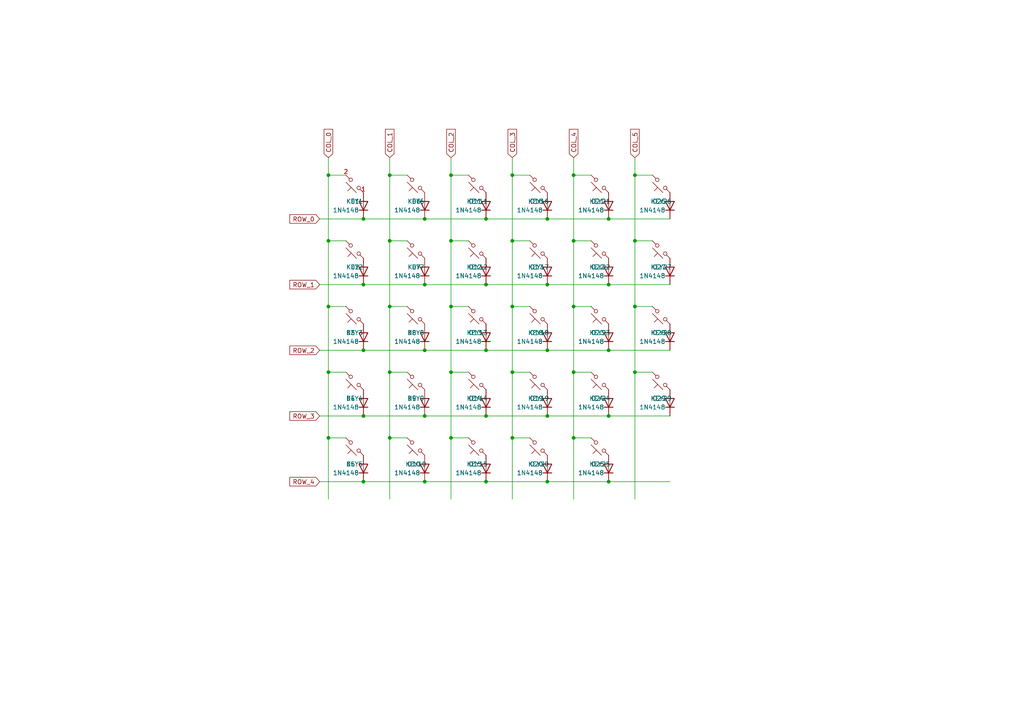
<source format=kicad_sch>
(kicad_sch (version 20230121) (generator eeschema)
  (paper "A4")
  (lib_symbols
    (symbol "Diode:1N4148" (pin_numbers hide) (pin_names (offset 1.016) hide)
      (property "Reference" "D" (at 0 2.54 0))
      (property "Value" "1N4148" (at 0 -2.54 0))
      (symbol "1N4148_0_1"
        (polyline (pts (xy -1.27 1.27) (xy -1.27 -1.27)) (stroke (width 0.254)))
        (polyline (pts (xy 1.27 0) (xy -1.27 0)))
        (polyline (pts (xy 1.27 1.27) (xy 1.27 -1.27) (xy -1.27 0) (xy 1.27 1.27)) (stroke (width 0.254)))
      )
      (symbol "1N4148_1_1"
        (pin passive line (at -3.81 0 0) (length 2.54) (name "K") (number "1"))
        (pin passive line (at 3.81 0 180) (length 2.54) (name "A") (number "2"))
      )
    )
    (symbol "SW_Push_45deg_1" (pin_names (offset 1.016) hide)
      (property "Reference" "SW" (at 3.048 1.016 0))
      (property "Value" "SW_Push_45deg" (at 0 -3.81 0))
      (symbol "SW_Push_45deg_1_0_1"
        (circle (center -1.1684 1.1684) (radius 0.508))
        (polyline (pts (xy -0.508 2.54) (xy 2.54 -0.508)))
        (polyline (pts (xy 1.016 1.016) (xy 2.032 2.032)))
        (polyline (pts (xy -2.54 2.54) (xy -1.524 1.524) (xy -1.524 1.524)))
        (polyline (pts (xy 1.524 -1.524) (xy 2.54 -2.54) (xy 2.54 -2.54) (xy 2.54 -2.54)))
        (circle (center 1.143 -1.1938) (radius 0.508))
        (pin passive line (at -2.54 2.54 0) (length 0) (name "1") (number "1"))
        (pin passive line (at 2.54 -2.54 180) (length 0) (name "2") (number "2"))
      )
    )
    (symbol "Switch:SW_Push_45deg" (pin_numbers hide) (pin_names (offset 1.016) hide)
      (property "Reference" "SW" (at 3.048 1.016 0))
      (property "Value" "SW_Push_45deg" (at 0 -3.81 0))
      (symbol "SW_Push_45deg_0_1"
        (circle (center -1.1684 1.1684) (radius 0.508))
        (polyline (pts (xy -0.508 2.54) (xy 2.54 -0.508)))
        (polyline (pts (xy 1.016 1.016) (xy 2.032 2.032)))
        (polyline (pts (xy -2.54 2.54) (xy -1.524 1.524) (xy -1.524 1.524)))
        (polyline (pts (xy 1.524 -1.524) (xy 2.54 -2.54) (xy 2.54 -2.54) (xy 2.54 -2.54)))
        (circle (center 1.143 -1.1938) (radius 0.508))
        (pin passive line (at -2.54 2.54 0) (length 0) (name "1") (number "1"))
        (pin passive line (at 2.54 -2.54 180) (length 0) (name "2") (number "2"))
      )
    )
  )
  (junction (at 105.41 82.55))
  (junction (at 148.59 107.95))
  (junction (at 130.81 107.95))
  (junction (at 123.19 63.5))
  (junction (at 123.19 139.7))
  (junction (at 95.25 107.95))
  (junction (at 140.97 101.6))
  (junction (at 130.81 127))
  (junction (at 113.03 88.9))
  (junction (at 123.19 101.6))
  (junction (at 158.75 63.5))
  (junction (at 105.41 139.7))
  (junction (at 113.03 127))
  (junction (at 158.75 82.55))
  (junction (at 140.97 139.7))
  (junction (at 148.59 50.8))
  (junction (at 166.37 127))
  (junction (at 105.41 63.5))
  (junction (at 184.15 107.95))
  (junction (at 176.53 120.65))
  (junction (at 123.19 120.65))
  (junction (at 166.37 88.9))
  (junction (at 184.15 50.8))
  (junction (at 105.41 120.65))
  (junction (at 105.41 101.6))
  (junction (at 184.15 88.9))
  (junction (at 113.03 107.95))
  (junction (at 95.25 88.9))
  (junction (at 140.97 120.65))
  (junction (at 176.53 139.7))
  (junction (at 113.03 69.85))
  (junction (at 158.75 120.65))
  (junction (at 158.75 139.7))
  (junction (at 113.03 50.8))
  (junction (at 158.75 101.6))
  (junction (at 130.81 69.85))
  (junction (at 148.59 69.85))
  (junction (at 95.25 50.8))
  (junction (at 176.53 101.6))
  (junction (at 176.53 63.5))
  (junction (at 140.97 63.5))
  (junction (at 148.59 127))
  (junction (at 166.37 50.8))
  (junction (at 95.25 69.85))
  (junction (at 140.97 82.55))
  (junction (at 148.59 88.9))
  (junction (at 130.81 88.9))
  (junction (at 176.53 82.55))
  (junction (at 184.15 69.85))
  (junction (at 123.19 82.55))
  (junction (at 166.37 107.95))
  (junction (at 166.37 69.85))
  (junction (at 130.81 50.8))
  (junction (at 95.25 127))
  (wire (pts (xy 166.37 50.8) (xy 166.37 69.85)))
  (wire (pts (xy 140.97 82.55) (xy 158.75 82.55)))
  (wire (pts (xy 113.03 69.85) (xy 118.11 69.85)))
  (wire (pts (xy 148.59 107.95) (xy 153.67 107.95)))
  (wire (pts (xy 130.81 69.85) (xy 130.81 88.9)))
  (wire (pts (xy 95.25 107.95) (xy 100.33 107.95)))
  (wire (pts (xy 166.37 50.8) (xy 171.45 50.8)))
  (wire (pts (xy 95.25 45.72) (xy 95.25 50.8)))
  (wire (pts (xy 176.53 82.55) (xy 194.31 82.55)))
  (wire (pts (xy 148.59 127) (xy 148.59 144.78)))
  (wire (pts (xy 130.81 127) (xy 135.89 127)))
  (wire (pts (xy 148.59 45.72) (xy 148.59 50.8)))
  (wire (pts (xy 95.25 69.85) (xy 100.33 69.85)))
  (wire (pts (xy 130.81 107.95) (xy 130.81 127)))
  (wire (pts (xy 184.15 69.85) (xy 189.23 69.85)))
  (wire (pts (xy 123.19 63.5) (xy 140.97 63.5)))
  (wire (pts (xy 184.15 107.95) (xy 184.15 144.78)))
  (wire (pts (xy 113.03 107.95) (xy 118.11 107.95)))
  (wire (pts (xy 176.53 63.5) (xy 194.31 63.5)))
  (wire (pts (xy 113.03 50.8) (xy 118.11 50.8)))
  (wire (pts (xy 105.41 120.65) (xy 123.19 120.65)))
  (wire (pts (xy 92.71 82.55) (xy 105.41 82.55)))
  (wire (pts (xy 130.81 107.95) (xy 135.89 107.95)))
  (wire (pts (xy 92.71 101.6) (xy 105.41 101.6)))
  (wire (pts (xy 130.81 69.85) (xy 135.89 69.85)))
  (wire (pts (xy 95.25 50.8) (xy 100.33 50.8)))
  (wire (pts (xy 92.71 139.7) (xy 105.41 139.7)))
  (wire (pts (xy 148.59 50.8) (xy 153.67 50.8)))
  (wire (pts (xy 95.25 88.9) (xy 95.25 107.95)))
  (wire (pts (xy 140.97 63.5) (xy 158.75 63.5)))
  (wire (pts (xy 166.37 88.9) (xy 166.37 107.95)))
  (wire (pts (xy 105.41 63.5) (xy 123.19 63.5)))
  (wire (pts (xy 123.19 120.65) (xy 140.97 120.65)))
  (wire (pts (xy 130.81 127) (xy 130.81 144.78)))
  (wire (pts (xy 148.59 69.85) (xy 148.59 88.9)))
  (wire (pts (xy 123.19 139.7) (xy 140.97 139.7)))
  (wire (pts (xy 130.81 88.9) (xy 130.81 107.95)))
  (wire (pts (xy 95.25 127) (xy 95.25 144.78)))
  (wire (pts (xy 92.71 120.65) (xy 105.41 120.65)))
  (wire (pts (xy 113.03 127) (xy 113.03 144.78)))
  (wire (pts (xy 140.97 101.6) (xy 158.75 101.6)))
  (wire (pts (xy 123.19 101.6) (xy 140.97 101.6)))
  (wire (pts (xy 148.59 127) (xy 153.67 127)))
  (wire (pts (xy 148.59 50.8) (xy 148.59 69.85)))
  (wire (pts (xy 184.15 88.9) (xy 189.23 88.9)))
  (wire (pts (xy 130.81 50.8) (xy 130.81 69.85)))
  (wire (pts (xy 95.25 127) (xy 100.33 127)))
  (wire (pts (xy 105.41 101.6) (xy 123.19 101.6)))
  (wire (pts (xy 176.53 101.6) (xy 194.31 101.6)))
  (wire (pts (xy 130.81 50.8) (xy 135.89 50.8)))
  (wire (pts (xy 176.53 139.7) (xy 194.31 139.7)))
  (wire (pts (xy 105.41 82.55) (xy 123.19 82.55)))
  (wire (pts (xy 140.97 139.7) (xy 158.75 139.7)))
  (wire (pts (xy 113.03 88.9) (xy 113.03 107.95)))
  (wire (pts (xy 158.75 63.5) (xy 176.53 63.5)))
  (wire (pts (xy 176.53 120.65) (xy 194.31 120.65)))
  (wire (pts (xy 95.25 50.8) (xy 95.25 69.85)))
  (wire (pts (xy 158.75 82.55) (xy 176.53 82.55)))
  (wire (pts (xy 158.75 120.65) (xy 176.53 120.65)))
  (wire (pts (xy 184.15 88.9) (xy 184.15 107.95)))
  (wire (pts (xy 166.37 107.95) (xy 166.37 127)))
  (wire (pts (xy 166.37 88.9) (xy 171.45 88.9)))
  (wire (pts (xy 148.59 88.9) (xy 148.59 107.95)))
  (wire (pts (xy 130.81 88.9) (xy 135.89 88.9)))
  (wire (pts (xy 184.15 50.8) (xy 184.15 69.85)))
  (wire (pts (xy 140.97 120.65) (xy 158.75 120.65)))
  (wire (pts (xy 158.75 101.6) (xy 176.53 101.6)))
  (wire (pts (xy 105.41 139.7) (xy 123.19 139.7)))
  (wire (pts (xy 184.15 107.95) (xy 189.23 107.95)))
  (wire (pts (xy 113.03 107.95) (xy 113.03 127)))
  (wire (pts (xy 148.59 107.95) (xy 148.59 127)))
  (wire (pts (xy 123.19 82.55) (xy 140.97 82.55)))
  (wire (pts (xy 148.59 69.85) (xy 153.67 69.85)))
  (wire (pts (xy 113.03 127) (xy 118.11 127)))
  (wire (pts (xy 95.25 88.9) (xy 100.33 88.9)))
  (wire (pts (xy 166.37 69.85) (xy 171.45 69.85)))
  (wire (pts (xy 184.15 50.8) (xy 189.23 50.8)))
  (wire (pts (xy 166.37 127) (xy 171.45 127)))
  (wire (pts (xy 92.71 63.5) (xy 105.41 63.5)))
  (wire (pts (xy 113.03 50.8) (xy 113.03 69.85)))
  (wire (pts (xy 113.03 69.85) (xy 113.03 88.9)))
  (wire (pts (xy 148.59 88.9) (xy 153.67 88.9)))
  (wire (pts (xy 184.15 45.72) (xy 184.15 50.8)))
  (wire (pts (xy 184.15 69.85) (xy 184.15 88.9)))
  (wire (pts (xy 166.37 45.72) (xy 166.37 50.8)))
  (wire (pts (xy 158.75 139.7) (xy 176.53 139.7)))
  (wire (pts (xy 95.25 69.85) (xy 95.25 88.9)))
  (wire (pts (xy 95.25 107.95) (xy 95.25 127)))
  (wire (pts (xy 166.37 69.85) (xy 166.37 88.9)))
  (wire (pts (xy 166.37 127) (xy 166.37 144.78)))
  (wire (pts (xy 113.03 45.72) (xy 113.03 50.8)))
  (wire (pts (xy 113.03 88.9) (xy 118.11 88.9)))
  (wire (pts (xy 166.37 107.95) (xy 171.45 107.95)))
  (wire (pts (xy 130.81 45.72) (xy 130.81 50.8)))
  (global_label "ROW_4" (shape input) (at 92.71 139.7 180) (property "Intersheetrefs" "${INTERSHEET_REFS}" (effects hide)))
  (global_label "ROW_3" (shape input) (at 92.71 120.65 180) (property "Intersheetrefs" "${INTERSHEET_REFS}" (effects hide)))
  (global_label "COL_1" (shape input) (at 113.03 45.72 90) (property "Intersheetrefs" "${INTERSHEET_REFS}" (effects hide)))
  (global_label "COL_3" (shape input) (at 148.59 45.72 90) (property "Intersheetrefs" "${INTERSHEET_REFS}" (effects hide)))
  (global_label "ROW_0" (shape input) (at 92.71 63.5 180) (property "Intersheetrefs" "${INTERSHEET_REFS}" (effects hide)))
  (global_label "COL_4" (shape input) (at 166.37 45.72 90) (property "Intersheetrefs" "${INTERSHEET_REFS}" (effects hide)))
  (global_label "ROW_1" (shape input) (at 92.71 82.55 180) (property "Intersheetrefs" "${INTERSHEET_REFS}" (effects hide)))
  (global_label "COL_0" (shape input) (at 95.25 45.72 90) (property "Intersheetrefs" "${INTERSHEET_REFS}" (effects hide)))
  (global_label "COL_2" (shape input) (at 130.81 45.72 90) (property "Intersheetrefs" "${INTERSHEET_REFS}" (effects hide)))
  (global_label "COL_5" (shape input) (at 184.15 45.72 90) (property "Intersheetrefs" "${INTERSHEET_REFS}" (effects hide)))
  (global_label "ROW_2" (shape input) (at 92.71 101.6 180) (property "Intersheetrefs" "${INTERSHEET_REFS}" (effects hide)))
  (symbol (lib_id "Diode:1N4148") (at 158.75 59.69 90) (unit 1)
    (property "Reference" "D16" (at 153.67 58.42 90) (effects (justify right)))
    (property "Value" "1N4148" (at 149.86 60.96 90) (effects (justify right)))
    (property "Footprint" "Diode_SMD:D_SOD-123" (effects hide))
    (property "Datasheet" "https://assets.nexperia.com/documents/data-sheet/1N4148_1N4448.pdf" (effects hide))
    (property "LCSC" "C81598" (effects hide))
    (property "MFR. Part #" "1N4148W" (effects hide))
  )
  (symbol (lib_id "Diode:1N4148") (at 158.75 116.84 90) (unit 1)
    (property "Reference" "D19" (at 153.67 115.57 90) (effects (justify right)))
    (property "Value" "1N4148" (at 149.86 118.11 90) (effects (justify right)))
    (property "Footprint" "Diode_SMD:D_SOD-123" (effects hide))
    (property "Datasheet" "https://assets.nexperia.com/documents/data-sheet/1N4148_1N4448.pdf" (effects hide))
    (property "LCSC" "C81598" (effects hide))
    (property "MFR. Part #" "1N4148W" (effects hide))
  )
  (symbol (lib_id "Switch:SW_Push_45deg") (at 191.77 91.44 180) (unit 1)
    (property "Reference" "KEY28" (at 191.77 96.52 0))
    (property "Value" "SW_Push_45deg" (effects hide))
    (property "Footprint" "key-switches:SW_MX_HotSwap_PTH" (effects hide))
  )
  (symbol (lib_id "Diode:1N4148") (at 194.31 116.84 90) (unit 1)
    (property "Reference" "D29" (at 189.23 115.57 90) (effects (justify right)))
    (property "Value" "1N4148" (at 185.42 118.11 90) (effects (justify right)))
    (property "Footprint" "Diode_SMD:D_SOD-123" (effects hide))
    (property "Datasheet" "https://assets.nexperia.com/documents/data-sheet/1N4148_1N4448.pdf" (effects hide))
    (property "LCSC" "C81598" (effects hide))
    (property "MFR. Part #" "1N4148W" (effects hide))
  )
  (symbol (lib_id "Switch:SW_Push_45deg") (at 102.87 129.54 180) (unit 1)
    (property "Reference" "KEY5" (at 102.87 134.62 0))
    (property "Value" "SW_Push_45deg" (effects hide))
    (property "Footprint" "key-switches:SW_MX_HotSwap_PTH" (effects hide))
  )
  (symbol (lib_id "Switch:SW_Push_45deg") (at 156.21 91.44 180) (unit 1)
    (property "Reference" "KEY18" (at 156.21 96.52 0))
    (property "Value" "SW_Push_45deg" (effects hide))
    (property "Footprint" "key-switches:SW_MX_HotSwap_PTH" (effects hide))
  )
  (symbol (lib_id "Diode:1N4148") (at 140.97 97.79 90) (unit 1)
    (property "Reference" "D13" (at 135.89 96.52 90) (effects (justify right)))
    (property "Value" "1N4148" (at 132.08 99.06 90) (effects (justify right)))
    (property "Footprint" "Diode_SMD:D_SOD-123" (effects hide))
    (property "Datasheet" "https://assets.nexperia.com/documents/data-sheet/1N4148_1N4448.pdf" (effects hide))
    (property "LCSC" "C81598" (effects hide))
    (property "MFR. Part #" "1N4148W" (effects hide))
  )
  (symbol (lib_id "Switch:SW_Push_45deg") (at 173.99 110.49 180) (unit 1)
    (property "Reference" "KEY24" (at 173.99 115.57 0))
    (property "Value" "SW_Push_45deg" (effects hide))
    (property "Footprint" "key-switches:SW_MX_HotSwap_PTH" (effects hide))
  )
  (symbol (lib_id "Diode:1N4148") (at 158.75 97.79 90) (unit 1)
    (property "Reference" "D18" (at 153.67 96.52 90) (effects (justify right)))
    (property "Value" "1N4148" (at 149.86 99.06 90) (effects (justify right)))
    (property "Footprint" "Diode_SMD:D_SOD-123" (effects hide))
    (property "Datasheet" "https://assets.nexperia.com/documents/data-sheet/1N4148_1N4448.pdf" (effects hide))
    (property "LCSC" "C81598" (effects hide))
    (property "MFR. Part #" "1N4148W" (effects hide))
  )
  (symbol (lib_id "Switch:SW_Push_45deg") (at 138.43 110.49 180) (unit 1)
    (property "Reference" "KEY14" (at 138.43 115.57 0))
    (property "Value" "SW_Push_45deg" (effects hide))
    (property "Footprint" "key-switches:SW_MX_HotSwap_PTH" (effects hide))
  )
  (symbol (lib_id "Switch:SW_Push_45deg") (at 102.87 91.44 180) (unit 1)
    (property "Reference" "KEY3" (at 102.87 96.52 0))
    (property "Value" "SW_Push_45deg" (effects hide))
    (property "Footprint" "key-switches:SW_MX_HotSwap_PTH" (effects hide))
  )
  (symbol (lib_id "Diode:1N4148") (at 176.53 116.84 90) (unit 1)
    (property "Reference" "D24" (at 171.45 115.57 90) (effects (justify right)))
    (property "Value" "1N4148" (at 167.64 118.11 90) (effects (justify right)))
    (property "Footprint" "Diode_SMD:D_SOD-123" (effects hide))
    (property "Datasheet" "https://assets.nexperia.com/documents/data-sheet/1N4148_1N4448.pdf" (effects hide))
    (property "LCSC" "C81598" (effects hide))
    (property "MFR. Part #" "1N4148W" (effects hide))
  )
  (symbol (lib_id "Diode:1N4148") (at 158.75 78.74 90) (unit 1)
    (property "Reference" "D17" (at 153.67 77.47 90) (effects (justify right)))
    (property "Value" "1N4148" (at 149.86 80.01 90) (effects (justify right)))
    (property "Footprint" "Diode_SMD:D_SOD-123" (effects hide))
    (property "Datasheet" "https://assets.nexperia.com/documents/data-sheet/1N4148_1N4448.pdf" (effects hide))
    (property "LCSC" "C81598" (effects hide))
    (property "MFR. Part #" "1N4148W" (effects hide))
  )
  (symbol (lib_id "Switch:SW_Push_45deg") (at 138.43 129.54 180) (unit 1)
    (property "Reference" "KEY15" (at 138.43 134.62 0))
    (property "Value" "SW_Push_45deg" (effects hide))
    (property "Footprint" "key-switches:SW_MX_HotSwap_PTH" (effects hide))
  )
  (symbol (lib_id "Switch:SW_Push_45deg") (at 138.43 72.39 180) (unit 1)
    (property "Reference" "KEY12" (at 138.43 77.47 0))
    (property "Value" "SW_Push_45deg" (effects hide))
    (property "Footprint" "key-switches:SW_MX_HotSwap_PTH" (effects hide))
  )
  (symbol (lib_id "Diode:1N4148") (at 140.97 59.69 90) (unit 1)
    (property "Reference" "D11" (at 135.89 58.42 90) (effects (justify right)))
    (property "Value" "1N4148" (at 132.08 60.96 90) (effects (justify right)))
    (property "Footprint" "Diode_SMD:D_SOD-123" (effects hide))
    (property "Datasheet" "https://assets.nexperia.com/documents/data-sheet/1N4148_1N4448.pdf" (effects hide))
    (property "LCSC" "C81598" (effects hide))
    (property "MFR. Part #" "1N4148W" (effects hide))
  )
  (symbol (lib_id "Diode:1N4148") (at 105.41 135.89 90) (unit 1)
    (property "Reference" "D5" (at 100.33 134.62 90) (effects (justify right)))
    (property "Value" "1N4148" (at 96.52 137.16 90) (effects (justify right)))
    (property "Footprint" "Diode_SMD:D_SOD-123" (effects hide))
    (property "Datasheet" "https://assets.nexperia.com/documents/data-sheet/1N4148_1N4448.pdf" (effects hide))
    (property "LCSC" "C81598" (effects hide))
    (property "MFR. Part #" "1N4148W" (effects hide))
  )
  (symbol (lib_id "Diode:1N4148") (at 194.31 59.69 90) (unit 1)
    (property "Reference" "D26" (at 189.23 58.42 90) (effects (justify right)))
    (property "Value" "1N4148" (at 185.42 60.96 90) (effects (justify right)))
    (property "Footprint" "Diode_SMD:D_SOD-123" (effects hide))
    (property "Datasheet" "https://assets.nexperia.com/documents/data-sheet/1N4148_1N4448.pdf" (effects hide))
    (property "LCSC" "C81598" (effects hide))
    (property "MFR. Part #" "1N4148W" (effects hide))
  )
  (symbol (lib_id "Switch:SW_Push_45deg") (at 102.87 110.49 180) (unit 1)
    (property "Reference" "KEY4" (at 102.87 115.57 0))
    (property "Value" "SW_Push_45deg" (effects hide))
    (property "Footprint" "key-switches:SW_MX_HotSwap_PTH" (effects hide))
  )
  (symbol (lib_id "Diode:1N4148") (at 176.53 59.69 90) (unit 1)
    (property "Reference" "D21" (at 171.45 58.42 90) (effects (justify right)))
    (property "Value" "1N4148" (at 167.64 60.96 90) (effects (justify right)))
    (property "Footprint" "Diode_SMD:D_SOD-123" (effects hide))
    (property "Datasheet" "https://assets.nexperia.com/documents/data-sheet/1N4148_1N4448.pdf" (effects hide))
    (property "LCSC" "C81598" (effects hide))
    (property "MFR. Part #" "1N4148W" (effects hide))
  )
  (symbol (lib_id "Switch:SW_Push_45deg") (at 156.21 110.49 180) (unit 1)
    (property "Reference" "KEY19" (at 156.21 115.57 0))
    (property "Value" "SW_Push_45deg" (effects hide))
    (property "Footprint" "key-switches:SW_MX_HotSwap_PTH" (effects hide))
  )
  (symbol (lib_id "Diode:1N4148") (at 105.41 97.79 90) (unit 1)
    (property "Reference" "D3" (at 100.33 96.52 90) (effects (justify right)))
    (property "Value" "1N4148" (at 96.52 99.06 90) (effects (justify right)))
    (property "Footprint" "Diode_SMD:D_SOD-123" (effects hide))
    (property "Datasheet" "https://assets.nexperia.com/documents/data-sheet/1N4148_1N4448.pdf" (effects hide))
    (property "LCSC" "C81598" (effects hide))
    (property "MFR. Part #" "1N4148W" (effects hide))
  )
  (symbol (lib_id "Switch:SW_Push_45deg") (at 138.43 53.34 180) (unit 1)
    (property "Reference" "KEY11" (at 138.43 58.42 0))
    (property "Value" "SW_Push_45deg" (effects hide))
    (property "Footprint" "key-switches:SW_MX_HotSwap_PTH" (effects hide))
  )
  (symbol (lib_id "Diode:1N4148") (at 105.41 78.74 90) (unit 1)
    (property "Reference" "D2" (at 101.6 77.47 90) (effects (justify right)))
    (property "Value" "1N4148" (at 96.52 80.01 90) (effects (justify right)))
    (property "Footprint" "Diode_SMD:D_SOD-123" (effects hide))
    (property "Datasheet" "https://assets.nexperia.com/documents/data-sheet/1N4148_1N4448.pdf" (effects hide))
    (property "LCSC" "C81598" (effects hide))
    (property "MFR. Part #" "1N4148W" (effects hide))
  )
  (symbol (lib_id "Diode:1N4148") (at 140.97 135.89 90) (unit 1)
    (property "Reference" "D15" (at 135.89 134.62 90) (effects (justify right)))
    (property "Value" "1N4148" (at 132.08 137.16 90) (effects (justify right)))
    (property "Footprint" "Diode_SMD:D_SOD-123" (effects hide))
    (property "Datasheet" "https://assets.nexperia.com/documents/data-sheet/1N4148_1N4448.pdf" (effects hide))
    (property "LCSC" "C81598" (effects hide))
    (property "MFR. Part #" "1N4148W" (effects hide))
  )
  (symbol (lib_id "Switch:SW_Push_45deg") (at 173.99 129.54 180) (unit 1)
    (property "Reference" "KEY25" (at 173.99 134.62 0))
    (property "Value" "SW_Push_45deg" (effects hide))
    (property "Footprint" "key-switches:SW_MX_HotSwap_PTH" (effects hide))
  )
  (symbol (lib_id "Switch:SW_Push_45deg") (at 173.99 72.39 180) (unit 1)
    (property "Reference" "KEY22" (at 173.99 77.47 0))
    (property "Value" "SW_Push_45deg" (effects hide))
    (property "Footprint" "key-switches:SW_MX_HotSwap_PTH" (effects hide))
  )
  (symbol (lib_id "Diode:1N4148") (at 123.19 59.69 90) (unit 1)
    (property "Reference" "D6" (at 119.38 58.42 90) (effects (justify right)))
    (property "Value" "1N4148" (at 114.3 60.96 90) (effects (justify right)))
    (property "Footprint" "Diode_SMD:D_SOD-123" (effects hide))
    (property "Datasheet" "https://assets.nexperia.com/documents/data-sheet/1N4148_1N4448.pdf" (effects hide))
    (property "LCSC" "C81598" (effects hide))
    (property "MFR. Part #" "1N4148W" (effects hide))
  )
  (symbol (lib_id "Switch:SW_Push_45deg") (at 138.43 91.44 180) (unit 1)
    (property "Reference" "KEY13" (at 138.43 96.52 0))
    (property "Value" "SW_Push_45deg" (effects hide))
    (property "Footprint" "key-switches:SW_MX_HotSwap_PTH" (effects hide))
  )
  (symbol (lib_id "Diode:1N4148") (at 194.31 97.79 90) (unit 1)
    (property "Reference" "D28" (at 189.23 96.52 90) (effects (justify right)))
    (property "Value" "1N4148" (at 185.42 99.06 90) (effects (justify right)))
    (property "Footprint" "Diode_SMD:D_SOD-123" (effects hide))
    (property "Datasheet" "https://assets.nexperia.com/documents/data-sheet/1N4148_1N4448.pdf" (effects hide))
    (property "LCSC" "C81598" (effects hide))
    (property "MFR. Part #" "1N4148W" (effects hide))
  )
  (symbol (lib_id "Diode:1N4148") (at 123.19 97.79 90) (unit 1)
    (property "Reference" "D8" (at 118.11 96.52 90) (effects (justify right)))
    (property "Value" "1N4148" (at 114.3 99.06 90) (effects (justify right)))
    (property "Footprint" "Diode_SMD:D_SOD-123" (effects hide))
    (property "Datasheet" "https://assets.nexperia.com/documents/data-sheet/1N4148_1N4448.pdf" (effects hide))
    (property "LCSC" "C81598" (effects hide))
    (property "MFR. Part #" "1N4148W" (effects hide))
  )
  (symbol (lib_id "Switch:SW_Push_45deg") (at 102.87 72.39 180) (unit 1)
    (property "Reference" "KEY2" (at 102.87 77.47 0))
    (property "Value" "SW_Push_45deg" (effects hide))
    (property "Footprint" "key-switches:SW_MX_HotSwap_PTH" (effects hide))
  )
  (symbol (lib_id "Switch:SW_Push_45deg") (at 156.21 53.34 180) (unit 1)
    (property "Reference" "KEY16" (at 156.21 58.42 0))
    (property "Value" "SW_Push_45deg" (effects hide))
    (property "Footprint" "key-switches:SW_MX_HotSwap_PTH" (effects hide))
  )
  (symbol (lib_id "Diode:1N4148") (at 158.75 135.89 90) (unit 1)
    (property "Reference" "D20" (at 153.67 134.62 90) (effects (justify right)))
    (property "Value" "1N4148" (at 149.86 137.16 90) (effects (justify right)))
    (property "Footprint" "Diode_SMD:D_SOD-123" (effects hide))
    (property "Datasheet" "https://assets.nexperia.com/documents/data-sheet/1N4148_1N4448.pdf" (effects hide))
    (property "LCSC" "C81598" (effects hide))
    (property "MFR. Part #" "1N4148W" (effects hide))
  )
  (symbol (lib_id "Diode:1N4148") (at 123.19 78.74 90) (unit 1)
    (property "Reference" "D7" (at 119.38 77.47 90) (effects (justify right)))
    (property "Value" "1N4148" (at 114.3 80.01 90) (effects (justify right)))
    (property "Footprint" "Diode_SMD:D_SOD-123" (effects hide))
    (property "Datasheet" "https://assets.nexperia.com/documents/data-sheet/1N4148_1N4448.pdf" (effects hide))
    (property "LCSC" "C81598" (effects hide))
    (property "MFR. Part #" "1N4148W" (effects hide))
  )
  (symbol (lib_id "Switch:SW_Push_45deg") (at 120.65 91.44 180) (unit 1)
    (property "Reference" "KEY8" (at 120.65 96.52 0))
    (property "Value" "SW_Push_45deg" (effects hide))
    (property "Footprint" "key-switches:SW_MX_HotSwap_PTH" (effects hide))
  )
  (symbol (lib_id "Switch:SW_Push_45deg") (at 191.77 110.49 180) (unit 1)
    (property "Reference" "KEY29" (at 191.77 115.57 0))
    (property "Value" "SW_Push_45deg" (effects hide))
    (property "Footprint" "key-switches:SW_MX_HotSwap_PTH" (effects hide))
  )
  (symbol (lib_id "Switch:SW_Push_45deg") (at 191.77 72.39 180) (unit 1)
    (property "Reference" "KEY27" (at 191.77 77.47 0))
    (property "Value" "SW_Push_45deg" (effects hide))
    (property "Footprint" "key-switches:SW_MX_HotSwap_PTH" (effects hide))
  )
  (symbol (lib_name "SW_Push_45deg_1") (lib_id "Switch:SW_Push_45deg") (at 102.87 53.34 180) (unit 1)
    (property "Reference" "KEY1" (at 102.87 58.42 0))
    (property "Value" "SW_Push_45deg" (effects hide))
    (property "Footprint" "key-switches:SW_MX_HotSwap_PTH" (effects hide))
  )
  (symbol (lib_id "Diode:1N4148") (at 140.97 78.74 90) (unit 1)
    (property "Reference" "D12" (at 135.89 77.47 90) (effects (justify right)))
    (property "Value" "1N4148" (at 132.08 80.01 90) (effects (justify right)))
    (property "Footprint" "Diode_SMD:D_SOD-123" (effects hide))
    (property "Datasheet" "https://assets.nexperia.com/documents/data-sheet/1N4148_1N4448.pdf" (effects hide))
    (property "LCSC" "C81598" (effects hide))
    (property "MFR. Part #" "1N4148W" (effects hide))
  )
  (symbol (lib_id "Diode:1N4148") (at 194.31 78.74 90) (unit 1)
    (property "Reference" "D27" (at 189.23 77.47 90) (effects (justify right)))
    (property "Value" "1N4148" (at 185.42 80.01 90) (effects (justify right)))
    (property "Footprint" "Diode_SMD:D_SOD-123" (effects hide))
    (property "Datasheet" "https://assets.nexperia.com/documents/data-sheet/1N4148_1N4448.pdf" (effects hide))
    (property "LCSC" "C81598" (effects hide))
    (property "MFR. Part #" "1N4148W" (effects hide))
  )
  (symbol (lib_id "Diode:1N4148") (at 176.53 135.89 90) (unit 1)
    (property "Reference" "D25" (at 171.45 134.62 90) (effects (justify right)))
    (property "Value" "1N4148" (at 167.64 137.16 90) (effects (justify right)))
    (property "Footprint" "Diode_SMD:D_SOD-123" (effects hide))
    (property "Datasheet" "https://assets.nexperia.com/documents/data-sheet/1N4148_1N4448.pdf" (effects hide))
    (property "LCSC" "C81598" (effects hide))
    (property "MFR. Part #" "1N4148W" (effects hide))
  )
  (symbol (lib_id "Diode:1N4148") (at 176.53 97.79 90) (unit 1)
    (property "Reference" "D23" (at 171.45 96.52 90) (effects (justify right)))
    (property "Value" "1N4148" (at 167.64 99.06 90) (effects (justify right)))
    (property "Footprint" "Diode_SMD:D_SOD-123" (effects hide))
    (property "Datasheet" "https://assets.nexperia.com/documents/data-sheet/1N4148_1N4448.pdf" (effects hide))
    (property "LCSC" "C81598" (effects hide))
    (property "MFR. Part #" "1N4148W" (effects hide))
  )
  (symbol (lib_id "Switch:SW_Push_45deg") (at 156.21 72.39 180) (unit 1)
    (property "Reference" "KEY17" (at 156.21 77.47 0))
    (property "Value" "SW_Push_45deg" (effects hide))
    (property "Footprint" "key-switches:SW_MX_HotSwap_PTH" (effects hide))
  )
  (symbol (lib_id "Switch:SW_Push_45deg") (at 120.65 72.39 180) (unit 1)
    (property "Reference" "KEY7" (at 120.65 77.47 0))
    (property "Value" "SW_Push_45deg" (effects hide))
    (property "Footprint" "key-switches:SW_MX_HotSwap_PTH" (effects hide))
  )
  (symbol (lib_id "Switch:SW_Push_45deg") (at 173.99 91.44 180) (unit 1)
    (property "Reference" "KEY23" (at 173.99 96.52 0))
    (property "Value" "SW_Push_45deg" (effects hide))
    (property "Footprint" "key-switches:SW_MX_HotSwap_PTH" (effects hide))
  )
  (symbol (lib_id "Diode:1N4148") (at 105.41 116.84 90) (unit 1)
    (property "Reference" "D4" (at 100.33 115.57 90) (effects (justify right)))
    (property "Value" "1N4148" (at 96.52 118.11 90) (effects (justify right)))
    (property "Footprint" "Diode_SMD:D_SOD-123" (effects hide))
    (property "Datasheet" "https://assets.nexperia.com/documents/data-sheet/1N4148_1N4448.pdf" (effects hide))
    (property "LCSC" "C81598" (effects hide))
    (property "MFR. Part #" "1N4148W" (effects hide))
  )
  (symbol (lib_id "Switch:SW_Push_45deg") (at 120.65 110.49 180) (unit 1)
    (property "Reference" "KEY9" (at 120.65 115.57 0))
    (property "Value" "SW_Push_45deg" (effects hide))
    (property "Footprint" "key-switches:SW_MX_HotSwap_PTH" (effects hide))
  )
  (symbol (lib_id "Diode:1N4148") (at 123.19 135.89 90) (unit 1)
    (property "Reference" "D10" (at 118.11 134.62 90) (effects (justify right)))
    (property "Value" "1N4148" (at 114.3 137.16 90) (effects (justify right)))
    (property "Footprint" "Diode_SMD:D_SOD-123" (effects hide))
    (property "Datasheet" "https://assets.nexperia.com/documents/data-sheet/1N4148_1N4448.pdf" (effects hide))
    (property "LCSC" "C81598" (effects hide))
    (property "MFR. Part #" "1N4148W" (effects hide))
  )
  (symbol (lib_id "Diode:1N4148") (at 176.53 78.74 90) (unit 1)
    (property "Reference" "D22" (at 171.45 77.47 90) (effects (justify right)))
    (property "Value" "1N4148" (at 167.64 80.01 90) (effects (justify right)))
    (property "Footprint" "Diode_SMD:D_SOD-123" (effects hide))
    (property "Datasheet" "https://assets.nexperia.com/documents/data-sheet/1N4148_1N4448.pdf" (effects hide))
    (property "LCSC" "C81598" (effects hide))
    (property "MFR. Part #" "1N4148W" (effects hide))
  )
  (symbol (lib_id "Diode:1N4148") (at 123.19 116.84 90) (unit 1)
    (property "Reference" "D9" (at 118.11 115.57 90) (effects (justify right)))
    (property "Value" "1N4148" (at 114.3 118.11 90) (effects (justify right)))
    (property "Footprint" "Diode_SMD:D_SOD-123" (effects hide))
    (property "Datasheet" "https://assets.nexperia.com/documents/data-sheet/1N4148_1N4448.pdf" (effects hide))
    (property "LCSC" "C81598" (effects hide))
    (property "MFR. Part #" "1N4148W" (effects hide))
  )
  (symbol (lib_id "Switch:SW_Push_45deg") (at 156.21 129.54 180) (unit 1)
    (property "Reference" "KEY20" (at 156.21 134.62 0))
    (property "Value" "SW_Push_45deg" (effects hide))
    (property "Footprint" "key-switches:SW_MX_HotSwap_PTH" (effects hide))
  )
  (symbol (lib_id "Diode:1N4148") (at 105.41 59.69 90) (unit 1)
    (property "Reference" "D1" (at 101.6 58.42 90) (effects (justify right)))
    (property "Value" "1N4148" (at 96.52 60.96 90) (effects (justify right)))
    (property "Footprint" "Diode_SMD:D_SOD-123" (effects hide))
    (property "Datasheet" "https://assets.nexperia.com/documents/data-sheet/1N4148_1N4448.pdf" (effects hide))
    (property "LCSC" "C81598" (effects hide))
    (property "MFR. Part #" "1N4148W" (effects hide))
  )
  (symbol (lib_id "Switch:SW_Push_45deg") (at 120.65 53.34 180) (unit 1)
    (property "Reference" "KEY6" (at 120.65 58.42 0))
    (property "Value" "SW_Push_45deg" (effects hide))
    (property "Footprint" "key-switches:SW_MX_HotSwap_PTH" (effects hide))
  )
  (symbol (lib_id "Switch:SW_Push_45deg") (at 120.65 129.54 180) (unit 1)
    (property "Reference" "KEY10" (at 120.65 134.62 0))
    (property "Value" "SW_Push_45deg" (effects hide))
    (property "Footprint" "key-switches:SW_MX_HotSwap_PTH" (effects hide))
  )
  (symbol (lib_id "Switch:SW_Push_45deg") (at 173.99 53.34 180) (unit 1)
    (property "Reference" "KEY21" (at 173.99 58.42 0))
    (property "Value" "SW_Push_45deg" (effects hide))
    (property "Footprint" "key-switches:SW_MX_HotSwap_PTH" (effects hide))
  )
  (symbol (lib_id "Switch:SW_Push_45deg") (at 191.77 53.34 180) (unit 1)
    (property "Reference" "KEY26" (at 191.77 58.42 0))
    (property "Value" "SW_Push_45deg" (effects hide))
    (property "Footprint" "key-switches:SW_MX_HotSwap_PTH" (effects hide))
  )
  (symbol (lib_id "Diode:1N4148") (at 140.97 116.84 90) (unit 1)
    (property "Reference" "D14" (at 135.89 115.57 90) (effects (justify right)))
    (property "Value" "1N4148" (at 132.08 118.11 90) (effects (justify right)))
    (property "Footprint" "Diode_SMD:D_SOD-123" (effects hide))
    (property "Datasheet" "https://assets.nexperia.com/documents/data-sheet/1N4148_1N4448.pdf" (effects hide))
    (property "LCSC" "C81598" (effects hide))
    (property "MFR. Part #" "1N4148W" (effects hide))
  )
)
</source>
